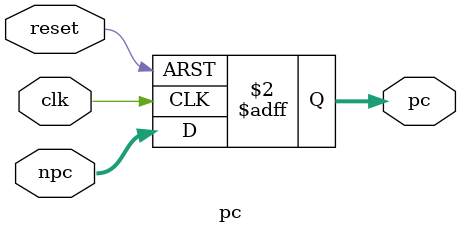
<source format=v>
module pc(clk,npc,pc,reset);
  input clk;			//时钟信号
  input reset;			//复位信号
  parameter resetpc = 32'h0000_3000;	//当复位信号有效时，pc被设置为0x00003000
  input [31:0] npc;		 //下一条指令地址
  output reg [31:0] pc; 	//32位指令存储器地址
  always@(posedge clk or posedge reset)
  begin
    if(reset)
      pc <= resetpc;
    else
      pc <= npc;
  end
endmodule


</source>
